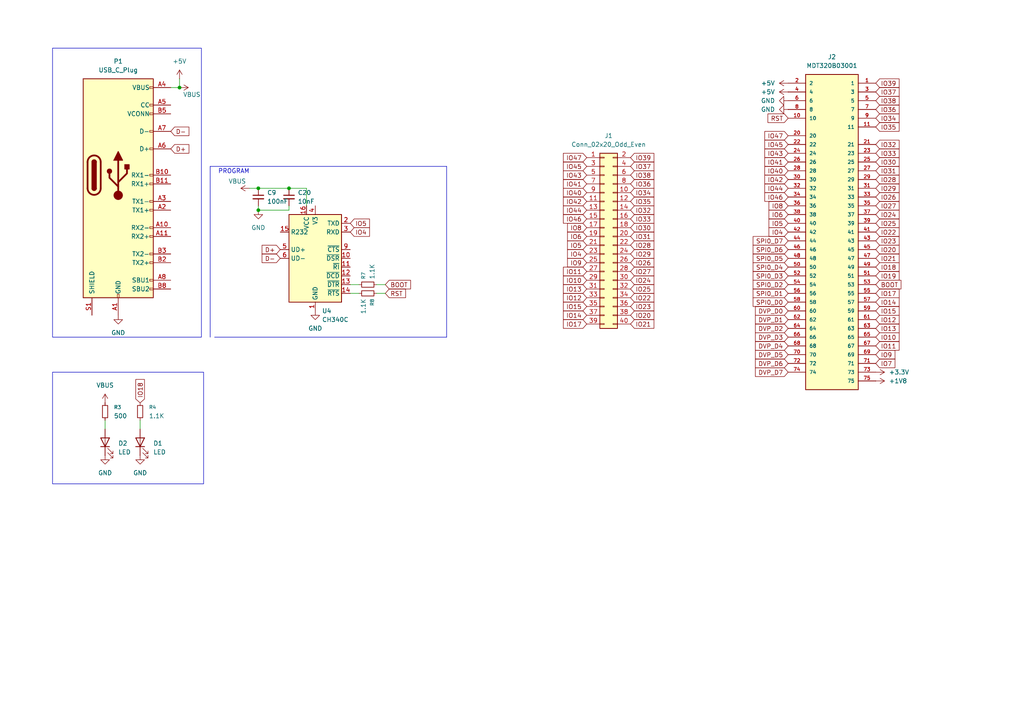
<source format=kicad_sch>
(kicad_sch (version 20250114) (generator "eeschema") (generator_version "9.0")
  (paper "A4")
  (lib_symbols
    (symbol "Connector:USB_C_Plug" (pin_names (offset 1.016))
      (property "Reference" "P" (at -10.16 29.21 0))
      (property "Value" "USB_C_Plug" (at 10.16 29.21 0))
      (symbol "USB_C_Plug_0_0"
        (rectangle (start -0.254 -35.56) (end 0.254 -34.544))
        (rectangle (start 10.16 25.654) (end 9.144 25.146))
        (rectangle (start 10.16 20.574) (end 9.144 20.066))
        (rectangle (start 10.16 18.034) (end 9.144 17.526))
        (rectangle (start 10.16 12.954) (end 9.144 12.446))
        (rectangle (start 10.16 7.874) (end 9.144 7.366))
        (rectangle (start 10.16 0.254) (end 9.144 -0.254))
        (rectangle (start 10.16 -2.286) (end 9.144 -2.794))
        (rectangle (start 10.16 -7.366) (end 9.144 -7.874))
        (rectangle (start 10.16 -9.906) (end 9.144 -10.414))
        (rectangle (start 10.16 -14.986) (end 9.144 -15.494))
        (rectangle (start 10.16 -17.526) (end 9.144 -18.034))
        (rectangle (start 10.16 -22.606) (end 9.144 -23.114))
        (rectangle (start 10.16 -25.146) (end 9.144 -25.654))
        (rectangle (start 10.16 -30.226) (end 9.144 -30.734))
        (rectangle (start 10.16 -32.766) (end 9.144 -33.274))
      )
      (symbol "USB_C_Plug_0_1"
        (rectangle (start -10.16 27.94) (end 10.16 -35.56) (stroke (width 0.254)) (fill (type background)))
        (polyline (pts (xy -8.89 -3.81) (xy -8.89 3.81)) (stroke (width 0.508)))
        (rectangle (start -7.62 -3.81) (end -6.35 3.81) (stroke (width 0.254)) (fill (type outline)))
        (arc (start -7.62 3.81) (mid -6.985 4.4423) (end -6.35 3.81) (stroke (width 0.254)))
        (arc (start -7.62 3.81) (mid -6.985 4.4423) (end -6.35 3.81) (stroke (width 0.254)) (fill (type outline)))
        (arc (start -8.89 3.81) (mid -6.985 5.7067) (end -5.08 3.81) (stroke (width 0.508)))
        (arc (start -5.08 -3.81) (mid -6.985 -5.7067) (end -8.89 -3.81) (stroke (width 0.508)))
        (arc (start -6.35 -3.81) (mid -6.985 -4.4423) (end -7.62 -3.81) (stroke (width 0.254)))
        (arc (start -6.35 -3.81) (mid -6.985 -4.4423) (end -7.62 -3.81) (stroke (width 0.254)) (fill (type outline)))
        (polyline (pts (xy -5.08 3.81) (xy -5.08 -3.81)) (stroke (width 0.508)))
      )
      (symbol "USB_C_Plug_1_1"
        (circle (center -2.54 1.143) (radius 0.635) (stroke (width 0.254)) (fill (type outline)))
        (polyline (pts (xy -1.27 4.318) (xy 0 6.858) (xy 1.27 4.318) (xy -1.27 4.318)) (stroke (width 0.254)) (fill (type outline)))
        (polyline (pts (xy 0 -2.032) (xy 2.54 0.508) (xy 2.54 1.778)) (stroke (width 0.508)))
        (polyline (pts (xy 0 -3.302) (xy -2.54 -0.762) (xy -2.54 0.508)) (stroke (width 0.508)))
        (polyline (pts (xy 0 -5.842) (xy 0 4.318)) (stroke (width 0.508)))
        (circle (center 0 -5.842) (radius 1.27) (fill (type outline)))
        (rectangle (start 1.905 1.778) (end 3.175 3.048) (stroke (width 0.254)) (fill (type outline)))
        (pin passive line (at -7.62 -40.64 90) (length 5.08) (name "SHIELD") (number "S1"))
        (pin passive line (at 0 -40.64 90) (length 5.08) (name "GND") (number "A1"))
        (pin passive line (at 0 -40.64 90) (length 5.08) (hide yes) (name "GND") (number "A12"))
        (pin passive line (at 0 -40.64 90) (length 5.08) (hide yes) (name "GND") (number "B1"))
        (pin passive line (at 0 -40.64 90) (length 5.08) (hide yes) (name "GND") (number "B12"))
        (pin passive line (at 15.24 25.4 180) (length 5.08) (name "VBUS") (number "A4"))
        (pin passive line (at 15.24 25.4 180) (length 5.08) (hide yes) (name "VBUS") (number "A9"))
        (pin passive line (at 15.24 25.4 180) (length 5.08) (hide yes) (name "VBUS") (number "B4"))
        (pin passive line (at 15.24 25.4 180) (length 5.08) (hide yes) (name "VBUS") (number "B9"))
        (pin bidirectional line (at 15.24 20.32 180) (length 5.08) (name "CC") (number "A5"))
        (pin bidirectional line (at 15.24 17.78 180) (length 5.08) (name "VCONN") (number "B5"))
        (pin bidirectional line (at 15.24 12.7 180) (length 5.08) (name "D-") (number "A7"))
        (pin bidirectional line (at 15.24 7.62 180) (length 5.08) (name "D+") (number "A6"))
        (pin bidirectional line (at 15.24 0 180) (length 5.08) (name "RX1-") (number "B10"))
        (pin bidirectional line (at 15.24 -2.54 180) (length 5.08) (name "RX1+") (number "B11"))
        (pin bidirectional line (at 15.24 -7.62 180) (length 5.08) (name "TX1-") (number "A3"))
        (pin bidirectional line (at 15.24 -10.16 180) (length 5.08) (name "TX1+") (number "A2"))
        (pin bidirectional line (at 15.24 -15.24 180) (length 5.08) (name "RX2-") (number "A10"))
        (pin bidirectional line (at 15.24 -17.78 180) (length 5.08) (name "RX2+") (number "A11"))
        (pin bidirectional line (at 15.24 -22.86 180) (length 5.08) (name "TX2-") (number "B3"))
        (pin bidirectional line (at 15.24 -25.4 180) (length 5.08) (name "TX2+") (number "B2"))
        (pin bidirectional line (at 15.24 -30.48 180) (length 5.08) (name "SBU1") (number "A8"))
        (pin bidirectional line (at 15.24 -33.02 180) (length 5.08) (name "SBU2") (number "B8"))
      )
    )
    (symbol "Connector_Generic:Conn_02x20_Odd_Even" (pin_names (offset 1.016) (hide yes))
      (property "Reference" "J" (at 1.27 25.4 0))
      (property "Value" "Conn_02x20_Odd_Even" (at 1.27 -27.94 0))
      (symbol "Conn_02x20_Odd_Even_1_1"
        (rectangle (start -1.27 24.13) (end 3.81 -26.67) (stroke (width 0.254)) (fill (type background)))
        (rectangle (start -1.27 22.987) (end 0 22.733) (stroke (width 0.1524)))
        (rectangle (start -1.27 20.447) (end 0 20.193) (stroke (width 0.1524)))
        (rectangle (start -1.27 17.907) (end 0 17.653) (stroke (width 0.1524)))
        (rectangle (start -1.27 15.367) (end 0 15.113) (stroke (width 0.1524)))
        (rectangle (start -1.27 12.827) (end 0 12.573) (stroke (width 0.1524)))
        (rectangle (start -1.27 10.287) (end 0 10.033) (stroke (width 0.1524)))
        (rectangle (start -1.27 7.747) (end 0 7.493) (stroke (width 0.1524)))
        (rectangle (start -1.27 5.207) (end 0 4.953) (stroke (width 0.1524)))
        (rectangle (start -1.27 2.667) (end 0 2.413) (stroke (width 0.1524)))
        (rectangle (start -1.27 0.127) (end 0 -0.127) (stroke (width 0.1524)))
        (rectangle (start -1.27 -2.413) (end 0 -2.667) (stroke (width 0.1524)))
        (rectangle (start -1.27 -4.953) (end 0 -5.207) (stroke (width 0.1524)))
        (rectangle (start -1.27 -7.493) (end 0 -7.747) (stroke (width 0.1524)))
        (rectangle (start -1.27 -10.033) (end 0 -10.287) (stroke (width 0.1524)))
        (rectangle (start -1.27 -12.573) (end 0 -12.827) (stroke (width 0.1524)))
        (rectangle (start -1.27 -15.113) (end 0 -15.367) (stroke (width 0.1524)))
        (rectangle (start -1.27 -17.653) (end 0 -17.907) (stroke (width 0.1524)))
        (rectangle (start -1.27 -20.193) (end 0 -20.447) (stroke (width 0.1524)))
        (rectangle (start -1.27 -22.733) (end 0 -22.987) (stroke (width 0.1524)))
        (rectangle (start -1.27 -25.273) (end 0 -25.527) (stroke (width 0.1524)))
        (rectangle (start 3.81 22.987) (end 2.54 22.733) (stroke (width 0.1524)))
        (rectangle (start 3.81 20.447) (end 2.54 20.193) (stroke (width 0.1524)))
        (rectangle (start 3.81 17.907) (end 2.54 17.653) (stroke (width 0.1524)))
        (rectangle (start 3.81 15.367) (end 2.54 15.113) (stroke (width 0.1524)))
        (rectangle (start 3.81 12.827) (end 2.54 12.573) (stroke (width 0.1524)))
        (rectangle (start 3.81 10.287) (end 2.54 10.033) (stroke (width 0.1524)))
        (rectangle (start 3.81 7.747) (end 2.54 7.493) (stroke (width 0.1524)))
        (rectangle (start 3.81 5.207) (end 2.54 4.953) (stroke (width 0.1524)))
        (rectangle (start 3.81 2.667) (end 2.54 2.413) (stroke (width 0.1524)))
        (rectangle (start 3.81 0.127) (end 2.54 -0.127) (stroke (width 0.1524)))
        (rectangle (start 3.81 -2.413) (end 2.54 -2.667) (stroke (width 0.1524)))
        (rectangle (start 3.81 -4.953) (end 2.54 -5.207) (stroke (width 0.1524)))
        (rectangle (start 3.81 -7.493) (end 2.54 -7.747) (stroke (width 0.1524)))
        (rectangle (start 3.81 -10.033) (end 2.54 -10.287) (stroke (width 0.1524)))
        (rectangle (start 3.81 -12.573) (end 2.54 -12.827) (stroke (width 0.1524)))
        (rectangle (start 3.81 -15.113) (end 2.54 -15.367) (stroke (width 0.1524)))
        (rectangle (start 3.81 -17.653) (end 2.54 -17.907) (stroke (width 0.1524)))
        (rectangle (start 3.81 -20.193) (end 2.54 -20.447) (stroke (width 0.1524)))
        (rectangle (start 3.81 -22.733) (end 2.54 -22.987) (stroke (width 0.1524)))
        (rectangle (start 3.81 -25.273) (end 2.54 -25.527) (stroke (width 0.1524)))
        (pin passive line (at -5.08 22.86 0) (length 3.81) (name "Pin_1") (number "1"))
        (pin passive line (at -5.08 20.32 0) (length 3.81) (name "Pin_3") (number "3"))
        (pin passive line (at -5.08 17.78 0) (length 3.81) (name "Pin_5") (number "5"))
        (pin passive line (at -5.08 15.24 0) (length 3.81) (name "Pin_7") (number "7"))
        (pin passive line (at -5.08 12.7 0) (length 3.81) (name "Pin_9") (number "9"))
        (pin passive line (at -5.08 10.16 0) (length 3.81) (name "Pin_11") (number "11"))
        (pin passive line (at -5.08 7.62 0) (length 3.81) (name "Pin_13") (number "13"))
        (pin passive line (at -5.08 5.08 0) (length 3.81) (name "Pin_15") (number "15"))
        (pin passive line (at -5.08 2.54 0) (length 3.81) (name "Pin_17") (number "17"))
        (pin passive line (at -5.08 0 0) (length 3.81) (name "Pin_19") (number "19"))
        (pin passive line (at -5.08 -2.54 0) (length 3.81) (name "Pin_21") (number "21"))
        (pin passive line (at -5.08 -5.08 0) (length 3.81) (name "Pin_23") (number "23"))
        (pin passive line (at -5.08 -7.62 0) (length 3.81) (name "Pin_25") (number "25"))
        (pin passive line (at -5.08 -10.16 0) (length 3.81) (name "Pin_27") (number "27"))
        (pin passive line (at -5.08 -12.7 0) (length 3.81) (name "Pin_29") (number "29"))
        (pin passive line (at -5.08 -15.24 0) (length 3.81) (name "Pin_31") (number "31"))
        (pin passive line (at -5.08 -17.78 0) (length 3.81) (name "Pin_33") (number "33"))
        (pin passive line (at -5.08 -20.32 0) (length 3.81) (name "Pin_35") (number "35"))
        (pin passive line (at -5.08 -22.86 0) (length 3.81) (name "Pin_37") (number "37"))
        (pin passive line (at -5.08 -25.4 0) (length 3.81) (name "Pin_39") (number "39"))
        (pin passive line (at 7.62 22.86 180) (length 3.81) (name "Pin_2") (number "2"))
        (pin passive line (at 7.62 20.32 180) (length 3.81) (name "Pin_4") (number "4"))
        (pin passive line (at 7.62 17.78 180) (length 3.81) (name "Pin_6") (number "6"))
        (pin passive line (at 7.62 15.24 180) (length 3.81) (name "Pin_8") (number "8"))
        (pin passive line (at 7.62 12.7 180) (length 3.81) (name "Pin_10") (number "10"))
        (pin passive line (at 7.62 10.16 180) (length 3.81) (name "Pin_12") (number "12"))
        (pin passive line (at 7.62 7.62 180) (length 3.81) (name "Pin_14") (number "14"))
        (pin passive line (at 7.62 5.08 180) (length 3.81) (name "Pin_16") (number "16"))
        (pin passive line (at 7.62 2.54 180) (length 3.81) (name "Pin_18") (number "18"))
        (pin passive line (at 7.62 0 180) (length 3.81) (name "Pin_20") (number "20"))
        (pin passive line (at 7.62 -2.54 180) (length 3.81) (name "Pin_22") (number "22"))
        (pin passive line (at 7.62 -5.08 180) (length 3.81) (name "Pin_24") (number "24"))
        (pin passive line (at 7.62 -7.62 180) (length 3.81) (name "Pin_26") (number "26"))
        (pin passive line (at 7.62 -10.16 180) (length 3.81) (name "Pin_28") (number "28"))
        (pin passive line (at 7.62 -12.7 180) (length 3.81) (name "Pin_30") (number "30"))
        (pin passive line (at 7.62 -15.24 180) (length 3.81) (name "Pin_32") (number "32"))
        (pin passive line (at 7.62 -17.78 180) (length 3.81) (name "Pin_34") (number "34"))
        (pin passive line (at 7.62 -20.32 180) (length 3.81) (name "Pin_36") (number "36"))
        (pin passive line (at 7.62 -22.86 180) (length 3.81) (name "Pin_38") (number "38"))
        (pin passive line (at 7.62 -25.4 180) (length 3.81) (name "Pin_40") (number "40"))
      )
    )
    (symbol "Device:C_Small" (pin_numbers (hide yes)) (pin_names (offset 0.254) (hide yes))
      (property "Reference" "C" (at 0.254 1.778 0))
      (property "Value" "C_Small" (at 0.254 -2.032 0))
      (symbol "C_Small_0_1"
        (polyline (pts (xy -1.524 0.508) (xy 1.524 0.508)) (stroke (width 0.3048)))
        (polyline (pts (xy -1.524 -0.508) (xy 1.524 -0.508)) (stroke (width 0.3302)))
      )
      (symbol "C_Small_1_1"
        (pin passive line (at 0 2.54 270) (length 2.032) (name "~") (number "1"))
        (pin passive line (at 0 -2.54 90) (length 2.032) (name "~") (number "2"))
      )
    )
    (symbol "Device:LED" (pin_numbers (hide yes)) (pin_names (offset 1.016) (hide yes))
      (property "Reference" "D" (at 0 2.54 0))
      (property "Value" "LED" (at 0 -2.54 0))
      (symbol "LED_0_1"
        (polyline (pts (xy -3.048 -0.762) (xy -4.572 -2.286) (xy -3.81 -2.286) (xy -4.572 -2.286) (xy -4.572 -1.524)))
        (polyline (pts (xy -1.778 -0.762) (xy -3.302 -2.286) (xy -2.54 -2.286) (xy -3.302 -2.286) (xy -3.302 -1.524)))
        (polyline (pts (xy -1.27 0) (xy 1.27 0)))
        (polyline (pts (xy -1.27 -1.27) (xy -1.27 1.27)) (stroke (width 0.254)))
        (polyline (pts (xy 1.27 -1.27) (xy 1.27 1.27) (xy -1.27 0) (xy 1.27 -1.27)) (stroke (width 0.254)))
      )
      (symbol "LED_1_1"
        (pin passive line (at -3.81 0 0) (length 2.54) (name "K") (number "1"))
        (pin passive line (at 3.81 0 180) (length 2.54) (name "A") (number "2"))
      )
    )
    (symbol "Device:R_Small" (pin_numbers (hide yes)) (pin_names (offset 0.254) (hide yes))
      (property "Reference" "R" (at 0 0 90))
      (property "Value" "R_Small" (at 1.778 0 90))
      (symbol "R_Small_0_1"
        (rectangle (start -0.762 1.778) (end 0.762 -1.778) (stroke (width 0.2032)))
      )
      (symbol "R_Small_1_1"
        (pin passive line (at 0 2.54 270) (length 0.762) (name "~") (number "1"))
        (pin passive line (at 0 -2.54 90) (length 0.762) (name "~") (number "2"))
      )
    )
    (symbol "Interface_USB:CH340C"
      (property "Reference" "U" (at -5.08 13.97 0))
      (property "Value" "CH340C" (at 1.27 13.97 0))
      (symbol "CH340C_0_1"
        (rectangle (start -7.62 12.7) (end 7.62 -12.7) (stroke (width 0.254)) (fill (type background)))
      )
      (symbol "CH340C_1_1"
        (pin input line (at -10.16 7.62 0) (length 2.54) (name "R232") (number "15"))
        (pin bidirectional line (at -10.16 2.54 0) (length 2.54) (name "UD+") (number "5"))
        (pin bidirectional line (at -10.16 0 0) (length 2.54) (name "UD-") (number "6"))
        (pin no_connect line (at -7.62 -5.08 0) (length 2.54) (hide yes) (name "NC") (number "7"))
        (pin no_connect line (at -7.62 -7.62 0) (length 2.54) (hide yes) (name "NC") (number "8"))
        (pin power_in line (at -2.54 15.24 270) (length 2.54) (name "VCC") (number "16"))
        (pin power_out line (at 0 15.24 270) (length 2.54) (name "V3") (number "4"))
        (pin power_in line (at 0 -15.24 90) (length 2.54) (name "GND") (number "1"))
        (pin output line (at 10.16 10.16 180) (length 2.54) (name "TXD") (number "2"))
        (pin input line (at 10.16 7.62 180) (length 2.54) (name "RXD") (number "3"))
        (pin input line (at 10.16 2.54 180) (length 2.54) (name "~{CTS}") (number "9"))
        (pin input line (at 10.16 0 180) (length 2.54) (name "~{DSR}") (number "10"))
        (pin input line (at 10.16 -2.54 180) (length 2.54) (name "~{RI}") (number "11"))
        (pin input line (at 10.16 -5.08 180) (length 2.54) (name "~{DCD}") (number "12"))
        (pin output line (at 10.16 -7.62 180) (length 2.54) (name "~{DTR}") (number "13"))
        (pin output line (at 10.16 -10.16 180) (length 2.54) (name "~{RTS}") (number "14"))
      )
    )
    (symbol "NGFF B KEY:MDT320B03001" (pin_names (offset 1.016))
      (property "Reference" "J" (at -7.62 46.482 0))
      (property "Value" "MDT320B03001" (at -7.62 -48.26 0))
      (symbol "MDT320B03001_0_0"
        (rectangle (start -7.62 -45.72) (end 7.62 45.72) (stroke (width 0.254)) (fill (type background)))
        (pin passive line (at -12.7 43.18 0) (length 5.08) (name "1") (number "1"))
        (pin passive line (at -12.7 40.64 0) (length 5.08) (name "3") (number "3"))
        (pin passive line (at -12.7 38.1 0) (length 5.08) (name "5") (number "5"))
        (pin passive line (at -12.7 35.56 0) (length 5.08) (name "7") (number "7"))
        (pin passive line (at -12.7 33.02 0) (length 5.08) (name "9") (number "9"))
        (pin passive line (at -12.7 30.48 0) (length 5.08) (name "11") (number "11"))
        (pin passive line (at -12.7 25.4 0) (length 5.08) (name "21") (number "21"))
        (pin passive line (at -12.7 22.86 0) (length 5.08) (name "23") (number "23"))
        (pin passive line (at -12.7 20.32 0) (length 5.08) (name "25") (number "25"))
        (pin passive line (at -12.7 17.78 0) (length 5.08) (name "27") (number "27"))
        (pin passive line (at -12.7 15.24 0) (length 5.08) (name "29") (number "29"))
        (pin passive line (at -12.7 12.7 0) (length 5.08) (name "31") (number "31"))
        (pin passive line (at -12.7 10.16 0) (length 5.08) (name "33") (number "33"))
        (pin passive line (at -12.7 7.62 0) (length 5.08) (name "35") (number "35"))
        (pin passive line (at -12.7 5.08 0) (length 5.08) (name "37") (number "37"))
        (pin passive line (at -12.7 2.54 0) (length 5.08) (name "39") (number "39"))
        (pin passive line (at -12.7 0 0) (length 5.08) (name "41") (number "41"))
        (pin passive line (at -12.7 -2.54 0) (length 5.08) (name "43") (number "43"))
        (pin passive line (at -12.7 -5.08 0) (length 5.08) (name "45") (number "45"))
        (pin passive line (at -12.7 -7.62 0) (length 5.08) (name "47") (number "47"))
        (pin passive line (at -12.7 -10.16 0) (length 5.08) (name "49") (number "49"))
        (pin passive line (at -12.7 -12.7 0) (length 5.08) (name "51") (number "51"))
        (pin passive line (at -12.7 -15.24 0) (length 5.08) (name "53") (number "53"))
        (pin passive line (at -12.7 -17.78 0) (length 5.08) (name "55") (number "55"))
        (pin passive line (at -12.7 -20.32 0) (length 5.08) (name "57") (number "57"))
        (pin passive line (at -12.7 -22.86 0) (length 5.08) (name "59") (number "59"))
        (pin passive line (at -12.7 -25.4 0) (length 5.08) (name "61") (number "61"))
        (pin passive line (at -12.7 -27.94 0) (length 5.08) (name "63") (number "63"))
        (pin passive line (at -12.7 -30.48 0) (length 5.08) (name "65") (number "65"))
        (pin passive line (at -12.7 -33.02 0) (length 5.08) (name "67") (number "67"))
        (pin passive line (at -12.7 -35.56 0) (length 5.08) (name "69") (number "69"))
        (pin passive line (at -12.7 -38.1 0) (length 5.08) (name "71") (number "71"))
        (pin passive line (at -12.7 -40.64 0) (length 5.08) (name "73") (number "73"))
        (pin passive line (at -12.7 -43.18 0) (length 5.08) (name "75") (number "75"))
        (pin passive line (at 12.7 43.18 180) (length 5.08) (name "2") (number "2"))
        (pin passive line (at 12.7 40.64 180) (length 5.08) (name "4") (number "4"))
        (pin passive line (at 12.7 38.1 180) (length 5.08) (name "6") (number "6"))
        (pin passive line (at 12.7 35.56 180) (length 5.08) (name "8") (number "8"))
        (pin passive line (at 12.7 33.02 180) (length 5.08) (name "10") (number "10"))
        (pin passive line (at 12.7 27.94 180) (length 5.08) (name "20") (number "20"))
        (pin passive line (at 12.7 25.4 180) (length 5.08) (name "22") (number "22"))
        (pin passive line (at 12.7 22.86 180) (length 5.08) (name "24") (number "24"))
        (pin passive line (at 12.7 20.32 180) (length 5.08) (name "26") (number "26"))
        (pin passive line (at 12.7 17.78 180) (length 5.08) (name "28") (number "28"))
        (pin passive line (at 12.7 15.24 180) (length 5.08) (name "30") (number "30"))
        (pin passive line (at 12.7 12.7 180) (length 5.08) (name "32") (number "32"))
        (pin passive line (at 12.7 10.16 180) (length 5.08) (name "34") (number "34"))
        (pin passive line (at 12.7 7.62 180) (length 5.08) (name "36") (number "36"))
        (pin passive line (at 12.7 5.08 180) (length 5.08) (name "38") (number "38"))
        (pin passive line (at 12.7 2.54 180) (length 5.08) (name "40") (number "40"))
        (pin passive line (at 12.7 0 180) (length 5.08) (name "42") (number "42"))
        (pin passive line (at 12.7 -2.54 180) (length 5.08) (name "44") (number "44"))
        (pin passive line (at 12.7 -5.08 180) (length 5.08) (name "46") (number "46"))
        (pin passive line (at 12.7 -7.62 180) (length 5.08) (name "48") (number "48"))
        (pin passive line (at 12.7 -10.16 180) (length 5.08) (name "50") (number "50"))
        (pin passive line (at 12.7 -12.7 180) (length 5.08) (name "52") (number "52"))
        (pin passive line (at 12.7 -15.24 180) (length 5.08) (name "54") (number "54"))
        (pin passive line (at 12.7 -17.78 180) (length 5.08) (name "56") (number "56"))
        (pin passive line (at 12.7 -20.32 180) (length 5.08) (name "58") (number "58"))
        (pin passive line (at 12.7 -22.86 180) (length 5.08) (name "60") (number "60"))
        (pin passive line (at 12.7 -25.4 180) (length 5.08) (name "62") (number "62"))
        (pin passive line (at 12.7 -27.94 180) (length 5.08) (name "64") (number "64"))
        (pin passive line (at 12.7 -30.48 180) (length 5.08) (name "66") (number "66"))
        (pin passive line (at 12.7 -33.02 180) (length 5.08) (name "68") (number "68"))
        (pin passive line (at 12.7 -35.56 180) (length 5.08) (name "70") (number "70"))
        (pin passive line (at 12.7 -38.1 180) (length 5.08) (name "72") (number "72"))
        (pin passive line (at 12.7 -40.64 180) (length 5.08) (name "74") (number "74"))
      )
    )
    (symbol "power:+1V8" (power) (pin_numbers (hide yes)) (pin_names (offset 0) (hide yes))
      (property "Value" "+1V8" (at 0 3.556 0))
      (symbol "+1V8_0_1"
        (polyline (pts (xy -0.762 1.27) (xy 0 2.54)))
        (polyline (pts (xy 0 2.54) (xy 0.762 1.27)))
        (polyline (pts (xy 0 0) (xy 0 2.54)))
      )
      (symbol "+1V8_1_1"
        (pin power_in line (at 0 0 90) (length 0) (name "~") (number "1"))
      )
    )
    (symbol "power:+3.3V" (power) (pin_numbers (hide yes)) (pin_names (offset 0) (hide yes))
      (property "Value" "+3.3V" (at 0 3.556 0))
      (symbol "+3.3V_0_1"
        (polyline (pts (xy -0.762 1.27) (xy 0 2.54)))
        (polyline (pts (xy 0 2.54) (xy 0.762 1.27)))
        (polyline (pts (xy 0 0) (xy 0 2.54)))
      )
      (symbol "+3.3V_1_1"
        (pin power_in line (at 0 0 90) (length 0) (name "~") (number "1"))
      )
    )
    (symbol "power:+5V" (power) (pin_numbers (hide yes)) (pin_names (offset 0) (hide yes))
      (property "Value" "+5V" (at 0 3.556 0))
      (symbol "+5V_0_1"
        (polyline (pts (xy -0.762 1.27) (xy 0 2.54)))
        (polyline (pts (xy 0 2.54) (xy 0.762 1.27)))
        (polyline (pts (xy 0 0) (xy 0 2.54)))
      )
      (symbol "+5V_1_1"
        (pin power_in line (at 0 0 90) (length 0) (name "~") (number "1"))
      )
    )
    (symbol "power:GND" (power) (pin_numbers (hide yes)) (pin_names (offset 0) (hide yes))
      (property "Value" "GND" (at 0 -3.81 0))
      (symbol "GND_0_1"
        (polyline (pts (xy 0 0) (xy 0 -1.27) (xy 1.27 -1.27) (xy 0 -2.54) (xy -1.27 -1.27) (xy 0 -1.27)))
      )
      (symbol "GND_1_1"
        (pin power_in line (at 0 0 270) (length 0) (name "~") (number "1"))
      )
    )
    (symbol "power:VBUS" (power) (pin_numbers (hide yes)) (pin_names (offset 0) (hide yes))
      (property "Value" "VBUS" (at 0 3.556 0))
      (symbol "VBUS_0_1"
        (polyline (pts (xy -0.762 1.27) (xy 0 2.54)))
        (polyline (pts (xy 0 2.54) (xy 0.762 1.27)))
        (polyline (pts (xy 0 0) (xy 0 2.54)))
      )
      (symbol "VBUS_1_1"
        (pin power_in line (at 0 0 90) (length 0) (name "~") (number "1"))
      )
    )
  )
  (rectangle (start 15.24 13.97) (end 58.42 97.79))
  (rectangle (start 15.24 107.95) (end 59.055 140.335))
  (text "PROGRAM" (at 63.246 50.546 0) (effects (font (size 1.27 1.27)) (justify left bottom)))
  (junction (at 74.93 54.61))
  (junction (at 52.07 25.4))
  (junction (at 83.82 54.61))
  (junction (at 74.93 60.96))
  (wire (pts (xy 74.93 60.96) (xy 74.93 59.69)))
  (polyline (pts (xy 62.23 97.79) (xy 129.54 97.79)))
  (wire (pts (xy 83.82 54.61) (xy 88.9 54.61)))
  (wire (pts (xy 52.07 25.4) (xy 49.53 25.4)))
  (wire (pts (xy 83.82 60.96) (xy 74.93 60.96)))
  (wire (pts (xy 88.9 59.69) (xy 88.9 54.61)))
  (wire (pts (xy 40.64 121.92) (xy 40.64 124.46)))
  (wire (pts (xy 74.93 54.61) (xy 83.82 54.61)))
  (polyline (pts (xy 129.54 97.79) (xy 129.54 48.26)))
  (wire (pts (xy 83.82 59.69) (xy 83.82 60.96)))
  (polyline (pts (xy 129.54 48.26) (xy 60.96 48.26)))
  (wire (pts (xy 101.6 85.09) (xy 104.14 85.09)))
  (wire (pts (xy 52.07 22.86) (xy 52.07 25.4)))
  (wire (pts (xy 72.39 54.61) (xy 74.93 54.61)))
  (wire (pts (xy 101.6 82.55) (xy 104.14 82.55)))
  (wire (pts (xy 109.22 82.55) (xy 111.76 82.55)))
  (wire (pts (xy 30.48 121.92) (xy 30.48 124.46)))
  (polyline (pts (xy 60.96 48.26) (xy 60.96 97.79)))
  (wire (pts (xy 109.22 85.09) (xy 111.76 85.09)))
  (global_label "IO27" (shape input) (at 254 59.69 0) (property "Intersheetrefs" "${INTERSHEET_REFS}" (effects (hide yes))))
  (global_label "IO20" (shape input) (at 254 72.39 0) (property "Intersheetrefs" "${INTERSHEET_REFS}" (effects (hide yes))))
  (global_label "IO9" (shape input) (at 254 102.87 0) (property "Intersheetrefs" "${INTERSHEET_REFS}" (effects (hide yes))))
  (global_label "IO42" (shape input) (at 228.6 52.07 180) (property "Intersheetrefs" "${INTERSHEET_REFS}" (effects (hide yes))))
  (global_label "BOOT" (shape input) (at 254 82.55 0) (property "Intersheetrefs" "${INTERSHEET_REFS}" (effects (hide yes))))
  (global_label "IO6" (shape input) (at 228.6 62.23 180) (property "Intersheetrefs" "${INTERSHEET_REFS}" (effects (hide yes))))
  (global_label "IO4" (shape input) (at 228.6 67.31 180) (property "Intersheetrefs" "${INTERSHEET_REFS}" (effects (hide yes))))
  (global_label "IO4" (shape input) (at 101.6 67.31 0) (property "Intersheetrefs" "${INTERSHEET_REFS}" (effects (hide yes))))
  (global_label "SPI0_D7" (shape input) (at 228.6 69.85 180) (property "Intersheetrefs" "${INTERSHEET_REFS}" (effects (hide yes))))
  (global_label "IO6" (shape input) (at 170.18 68.58 180) (property "Intersheetrefs" "${INTERSHEET_REFS}" (effects (hide yes))))
  (global_label "IO5" (shape input) (at 228.6 64.77 180) (property "Intersheetrefs" "${INTERSHEET_REFS}" (effects (hide yes))))
  (global_label "IO44" (shape input) (at 170.18 60.96 180) (property "Intersheetrefs" "${INTERSHEET_REFS}" (effects (hide yes))))
  (global_label "IO24" (shape input) (at 254 62.23 0) (property "Intersheetrefs" "${INTERSHEET_REFS}" (effects (hide yes))))
  (global_label "IO46" (shape input) (at 170.18 63.5 180) (property "Intersheetrefs" "${INTERSHEET_REFS}" (effects (hide yes))))
  (global_label "IO43" (shape input) (at 170.18 50.8 180) (property "Intersheetrefs" "${INTERSHEET_REFS}" (effects (hide yes))))
  (global_label "IO29" (shape input) (at 254 54.61 0) (property "Intersheetrefs" "${INTERSHEET_REFS}" (effects (hide yes))))
  (global_label "IO30" (shape input) (at 254 46.99 0) (property "Intersheetrefs" "${INTERSHEET_REFS}" (effects (hide yes))))
  (global_label "IO11" (shape input) (at 170.18 78.74 180) (property "Intersheetrefs" "${INTERSHEET_REFS}" (effects (hide yes))))
  (global_label "IO32" (shape input) (at 254 41.91 0) (property "Intersheetrefs" "${INTERSHEET_REFS}" (effects (hide yes))))
  (global_label "IO46" (shape input) (at 228.6 57.15 180) (property "Intersheetrefs" "${INTERSHEET_REFS}" (effects (hide yes))))
  (global_label "SPI0_D5" (shape input) (at 228.6 74.93 180) (property "Intersheetrefs" "${INTERSHEET_REFS}" (effects (hide yes))))
  (global_label "IO10" (shape input) (at 170.18 81.28 180) (property "Intersheetrefs" "${INTERSHEET_REFS}" (effects (hide yes))))
  (global_label "IO13" (shape input) (at 170.18 83.82 180) (property "Intersheetrefs" "${INTERSHEET_REFS}" (effects (hide yes))))
  (global_label "IO22" (shape input) (at 254 67.31 0) (property "Intersheetrefs" "${INTERSHEET_REFS}" (effects (hide yes))))
  (global_label "IO21" (shape input) (at 182.88 93.98 0) (property "Intersheetrefs" "${INTERSHEET_REFS}" (effects (hide yes))))
  (global_label "IO31" (shape input) (at 182.88 68.58 0) (property "Intersheetrefs" "${INTERSHEET_REFS}" (effects (hide yes))))
  (global_label "IO26" (shape input) (at 182.88 76.2 0) (property "Intersheetrefs" "${INTERSHEET_REFS}" (effects (hide yes))))
  (global_label "IO34" (shape input) (at 182.88 55.88 0) (property "Intersheetrefs" "${INTERSHEET_REFS}" (effects (hide yes))))
  (global_label "IO43" (shape input) (at 228.6 44.45 180) (property "Intersheetrefs" "${INTERSHEET_REFS}" (effects (hide yes))))
  (global_label "DVP_D0" (shape input) (at 228.6 90.17 180) (property "Intersheetrefs" "${INTERSHEET_REFS}" (effects (hide yes))))
  (global_label "SPI0_D6" (shape input) (at 228.6 72.39 180) (property "Intersheetrefs" "${INTERSHEET_REFS}" (effects (hide yes))))
  (global_label "D+" (shape input) (at 81.28 72.39 180) (property "Intersheetrefs" "${INTERSHEET_REFS}" (effects (hide yes))))
  (global_label "SPI0_D0" (shape input) (at 228.6 87.63 180) (property "Intersheetrefs" "${INTERSHEET_REFS}" (effects (hide yes))))
  (global_label "IO26" (shape input) (at 254 57.15 0) (property "Intersheetrefs" "${INTERSHEET_REFS}" (effects (hide yes))))
  (global_label "IO29" (shape input) (at 182.88 73.66 0) (property "Intersheetrefs" "${INTERSHEET_REFS}" (effects (hide yes))))
  (global_label "IO28" (shape input) (at 182.88 71.12 0) (property "Intersheetrefs" "${INTERSHEET_REFS}" (effects (hide yes))))
  (global_label "SPI0_D3" (shape input) (at 228.6 80.01 180) (property "Intersheetrefs" "${INTERSHEET_REFS}" (effects (hide yes))))
  (global_label "IO22" (shape input) (at 182.88 86.36 0) (property "Intersheetrefs" "${INTERSHEET_REFS}" (effects (hide yes))))
  (global_label "IO21" (shape input) (at 254 74.93 0) (property "Intersheetrefs" "${INTERSHEET_REFS}" (effects (hide yes))))
  (global_label "IO13" (shape input) (at 254 95.25 0) (property "Intersheetrefs" "${INTERSHEET_REFS}" (effects (hide yes))))
  (global_label "IO23" (shape input) (at 254 69.85 0) (property "Intersheetrefs" "${INTERSHEET_REFS}" (effects (hide yes))))
  (global_label "IO33" (shape input) (at 182.88 63.5 0) (property "Intersheetrefs" "${INTERSHEET_REFS}" (effects (hide yes))))
  (global_label "IO36" (shape input) (at 182.88 53.34 0) (property "Intersheetrefs" "${INTERSHEET_REFS}" (effects (hide yes))))
  (global_label "IO37" (shape input) (at 254 26.67 0) (property "Intersheetrefs" "${INTERSHEET_REFS}" (effects (hide yes))))
  (global_label "IO8" (shape input) (at 170.18 66.04 180) (property "Intersheetrefs" "${INTERSHEET_REFS}" (effects (hide yes))))
  (global_label "IO36" (shape input) (at 254 31.75 0) (property "Intersheetrefs" "${INTERSHEET_REFS}" (effects (hide yes))))
  (global_label "IO37" (shape input) (at 182.88 48.26 0) (property "Intersheetrefs" "${INTERSHEET_REFS}" (effects (hide yes))))
  (global_label "IO35" (shape input) (at 254 36.83 0) (property "Intersheetrefs" "${INTERSHEET_REFS}" (effects (hide yes))))
  (global_label "IO38" (shape input) (at 182.88 50.8 0) (property "Intersheetrefs" "${INTERSHEET_REFS}" (effects (hide yes))))
  (global_label "IO25" (shape input) (at 254 64.77 0) (property "Intersheetrefs" "${INTERSHEET_REFS}" (effects (hide yes))))
  (global_label "RST" (shape input) (at 111.76 85.09 0) (property "Intersheetrefs" "${INTERSHEET_REFS}" (effects (hide yes))))
  (global_label "IO41" (shape input) (at 170.18 53.34 180) (property "Intersheetrefs" "${INTERSHEET_REFS}" (effects (hide yes))))
  (global_label "IO18" (shape input) (at 40.64 116.84 90) (property "Intersheetrefs" "${INTERSHEET_REFS}" (effects (hide yes))))
  (global_label "D-" (shape input) (at 81.28 74.93 180) (property "Intersheetrefs" "${INTERSHEET_REFS}" (effects (hide yes))))
  (global_label "IO47" (shape input) (at 228.6 39.37 180) (property "Intersheetrefs" "${INTERSHEET_REFS}" (effects (hide yes))))
  (global_label "IO7" (shape input) (at 254 105.41 0) (property "Intersheetrefs" "${INTERSHEET_REFS}" (effects (hide yes))))
  (global_label "SPI0_D1" (shape input) (at 228.6 85.09 180) (property "Intersheetrefs" "${INTERSHEET_REFS}" (effects (hide yes))))
  (global_label "IO34" (shape input) (at 254 34.29 0) (property "Intersheetrefs" "${INTERSHEET_REFS}" (effects (hide yes))))
  (global_label "IO33" (shape input) (at 254 44.45 0) (property "Intersheetrefs" "${INTERSHEET_REFS}" (effects (hide yes))))
  (global_label "IO5" (shape input) (at 170.18 71.12 180) (property "Intersheetrefs" "${INTERSHEET_REFS}" (effects (hide yes))))
  (global_label "DVP_D3" (shape input) (at 228.6 97.79 180) (property "Intersheetrefs" "${INTERSHEET_REFS}" (effects (hide yes))))
  (global_label "IO32" (shape input) (at 182.88 60.96 0) (property "Intersheetrefs" "${INTERSHEET_REFS}" (effects (hide yes))))
  (global_label "IO28" (shape input) (at 254 52.07 0) (property "Intersheetrefs" "${INTERSHEET_REFS}" (effects (hide yes))))
  (global_label "IO15" (shape input) (at 170.18 88.9 180) (property "Intersheetrefs" "${INTERSHEET_REFS}" (effects (hide yes))))
  (global_label "IO42" (shape input) (at 170.18 58.42 180) (property "Intersheetrefs" "${INTERSHEET_REFS}" (effects (hide yes))))
  (global_label "IO15" (shape input) (at 254 90.17 0) (property "Intersheetrefs" "${INTERSHEET_REFS}" (effects (hide yes))))
  (global_label "IO35" (shape input) (at 182.88 58.42 0) (property "Intersheetrefs" "${INTERSHEET_REFS}" (effects (hide yes))))
  (global_label "IO14" (shape input) (at 170.18 91.44 180) (property "Intersheetrefs" "${INTERSHEET_REFS}" (effects (hide yes))))
  (global_label "IO10" (shape input) (at 254 97.79 0) (property "Intersheetrefs" "${INTERSHEET_REFS}" (effects (hide yes))))
  (global_label "IO5" (shape input) (at 101.6 64.77 0) (property "Intersheetrefs" "${INTERSHEET_REFS}" (effects (hide yes))))
  (global_label "IO27" (shape input) (at 182.88 78.74 0) (property "Intersheetrefs" "${INTERSHEET_REFS}" (effects (hide yes))))
  (global_label "IO31" (shape input) (at 254 49.53 0) (property "Intersheetrefs" "${INTERSHEET_REFS}" (effects (hide yes))))
  (global_label "IO9" (shape input) (at 170.18 76.2 180) (property "Intersheetrefs" "${INTERSHEET_REFS}" (effects (hide yes))))
  (global_label "IO38" (shape input) (at 254 29.21 0) (property "Intersheetrefs" "${INTERSHEET_REFS}" (effects (hide yes))))
  (global_label "DVP_D5" (shape input) (at 228.6 102.87 180) (property "Intersheetrefs" "${INTERSHEET_REFS}" (effects (hide yes))))
  (global_label "IO20" (shape input) (at 182.88 91.44 0) (property "Intersheetrefs" "${INTERSHEET_REFS}" (effects (hide yes))))
  (global_label "IO23" (shape input) (at 182.88 88.9 0) (property "Intersheetrefs" "${INTERSHEET_REFS}" (effects (hide yes))))
  (global_label "IO14" (shape input) (at 254 87.63 0) (property "Intersheetrefs" "${INTERSHEET_REFS}" (effects (hide yes))))
  (global_label "IO17" (shape input) (at 170.18 93.98 180) (property "Intersheetrefs" "${INTERSHEET_REFS}" (effects (hide yes))))
  (global_label "IO12" (shape input) (at 254 92.71 0) (property "Intersheetrefs" "${INTERSHEET_REFS}" (effects (hide yes))))
  (global_label "DVP_D1" (shape input) (at 228.6 92.71 180) (property "Intersheetrefs" "${INTERSHEET_REFS}" (effects (hide yes))))
  (global_label "RST" (shape input) (at 228.6 34.29 180) (property "Intersheetrefs" "${INTERSHEET_REFS}" (effects (hide yes))))
  (global_label "DVP_D6" (shape input) (at 228.6 105.41 180) (property "Intersheetrefs" "${INTERSHEET_REFS}" (effects (hide yes))))
  (global_label "IO41" (shape input) (at 228.6 46.99 180) (property "Intersheetrefs" "${INTERSHEET_REFS}" (effects (hide yes))))
  (global_label "IO8" (shape input) (at 228.6 59.69 180) (property "Intersheetrefs" "${INTERSHEET_REFS}" (effects (hide yes))))
  (global_label "IO25" (shape input) (at 182.88 83.82 0) (property "Intersheetrefs" "${INTERSHEET_REFS}" (effects (hide yes))))
  (global_label "IO4" (shape input) (at 170.18 73.66 180) (property "Intersheetrefs" "${INTERSHEET_REFS}" (effects (hide yes))))
  (global_label "IO11" (shape input) (at 254 100.33 0) (property "Intersheetrefs" "${INTERSHEET_REFS}" (effects (hide yes))))
  (global_label "BOOT" (shape input) (at 111.76 82.55 0) (property "Intersheetrefs" "${INTERSHEET_REFS}" (effects (hide yes))))
  (global_label "D+" (shape input) (at 49.53 43.18 0) (property "Intersheetrefs" "${INTERSHEET_REFS}" (effects (hide yes))))
  (global_label "DVP_D7" (shape input) (at 228.6 107.95 180) (property "Intersheetrefs" "${INTERSHEET_REFS}" (effects (hide yes))))
  (global_label "IO19" (shape input) (at 254 80.01 0) (property "Intersheetrefs" "${INTERSHEET_REFS}" (effects (hide yes))))
  (global_label "IO17" (shape input) (at 254 85.09 0) (property "Intersheetrefs" "${INTERSHEET_REFS}" (effects (hide yes))))
  (global_label "IO39" (shape input) (at 182.88 45.72 0) (property "Intersheetrefs" "${INTERSHEET_REFS}" (effects (hide yes))))
  (global_label "SPI0_D2" (shape input) (at 228.6 82.55 180) (property "Intersheetrefs" "${INTERSHEET_REFS}" (effects (hide yes))))
  (global_label "DVP_D4" (shape input) (at 228.6 100.33 180) (property "Intersheetrefs" "${INTERSHEET_REFS}" (effects (hide yes))))
  (global_label "DVP_D2" (shape input) (at 228.6 95.25 180) (property "Intersheetrefs" "${INTERSHEET_REFS}" (effects (hide yes))))
  (global_label "IO47" (shape input) (at 170.18 45.72 180) (property "Intersheetrefs" "${INTERSHEET_REFS}" (effects (hide yes))))
  (global_label "D-" (shape input) (at 49.53 38.1 0) (property "Intersheetrefs" "${INTERSHEET_REFS}" (effects (hide yes))))
  (global_label "IO12" (shape input) (at 170.18 86.36 180) (property "Intersheetrefs" "${INTERSHEET_REFS}" (effects (hide yes))))
  (global_label "SPI0_D4" (shape input) (at 228.6 77.47 180) (property "Intersheetrefs" "${INTERSHEET_REFS}" (effects (hide yes))))
  (global_label "IO44" (shape input) (at 228.6 54.61 180) (property "Intersheetrefs" "${INTERSHEET_REFS}" (effects (hide yes))))
  (global_label "IO40" (shape input) (at 170.18 55.88 180) (property "Intersheetrefs" "${INTERSHEET_REFS}" (effects (hide yes))))
  (global_label "IO45" (shape input) (at 170.18 48.26 180) (property "Intersheetrefs" "${INTERSHEET_REFS}" (effects (hide yes))))
  (global_label "IO39" (shape input) (at 254 24.13 0) (property "Intersheetrefs" "${INTERSHEET_REFS}" (effects (hide yes))))
  (global_label "IO18" (shape input) (at 254 77.47 0) (property "Intersheetrefs" "${INTERSHEET_REFS}" (effects (hide yes))))
  (global_label "IO40" (shape input) (at 228.6 49.53 180) (property "Intersheetrefs" "${INTERSHEET_REFS}" (effects (hide yes))))
  (global_label "IO30" (shape input) (at 182.88 66.04 0) (property "Intersheetrefs" "${INTERSHEET_REFS}" (effects (hide yes))))
  (global_label "IO45" (shape input) (at 228.6 41.91 180) (property "Intersheetrefs" "${INTERSHEET_REFS}" (effects (hide yes))))
  (global_label "IO24" (shape input) (at 182.88 81.28 0) (property "Intersheetrefs" "${INTERSHEET_REFS}" (effects (hide yes))))
  (symbol (lib_id "NGFF B KEY:MDT320B03001") (at 241.3 67.31 0) (mirror y) (unit 1)
    (property "Reference" "J2" (at 241.3 16.51 0))
    (property "Value" "MDT320B03001" (at 241.3 19.05 0))
    (property "Footprint" "MDT320B03001:AMPHENOL_MDT320B03001" (effects (hide yes)))
    (property "MF" "Amphenol" (effects (hide yes)))
    (property "MAXIMUM_PACKAGE_HEIGHT" "3.2mm" (effects (hide yes)))
    (property "Package" "None" (effects (hide yes)))
    (property "Price" "None" (effects (hide yes)))
    (property "Check_prices" "https://www.snapeda.com/parts/MDT320B03001/Amphenol/view-part/?ref=eda" (effects (hide yes)))
    (property "STANDARD" "Manufacturer Recommendations" (effects (hide yes)))
    (property "PARTREV" "4" (effects (hide yes)))
    (property "SnapEDA_Link" "https://www.snapeda.com/parts/MDT320B03001/Amphenol/view-part/?ref=snap" (effects (hide yes)))
    (property "MP" "MDT320B03001" (effects (hide yes)))
    (property "Description_1" "PCIe M.2 Connectors, Storage and Server Connector, P=0.5mm, H=3.2mm, Key B,Gold Plating" (effects (hide yes)))
    (property "Availability" "In Stock" (effects (hide yes)))
    (property "MANUFACTURER" "Amphenol" (effects (hide yes)))
  )
  (symbol (lib_id "Device:C_Small") (at 83.82 57.15 0) (unit 1)
    (property "Reference" "C20" (at 86.36 55.8862 0) (effects (justify left)))
    (property "Value" "10nF" (at 86.36 58.4262 0) (effects (justify left)))
    (property "Footprint" "Capacitor_SMD:C_0603_1608Metric" (effects (hide yes)))
    (property "Description" "Unpolarized capacitor, small symbol" (effects (hide yes)))
  )
  (symbol (lib_id "Connector:USB_C_Plug") (at 34.29 50.8 0) (unit 1)
    (property "Reference" "P1" (at 34.29 17.78 0))
    (property "Value" "USB_C_Plug" (at 34.29 20.32 0))
    (property "Footprint" "Connector_USB:USB_C_Receptacle_GCT_USB4105-xx-A_16P_TopMnt_Horizontal" (effects (hide yes)))
    (property "Datasheet" "https://www.usb.org/sites/default/files/documents/usb_type-c.zip" (effects (hide yes)))
    (property "Description" "USB Type-C Plug connector" (effects (hide yes)))
  )
  (symbol (lib_id "power:+5V") (at 228.6 24.13 90) (unit 1)
    (property "Reference" "#PWR010" (effects (hide yes)))
    (property "Value" "+5V" (at 224.79 24.1299 90) (effects (justify left)))
    (property "Description" "Power symbol creates a global label with name \"+5V\"" (effects (hide yes)))
  )
  (symbol (lib_id "power:VBUS") (at 52.07 25.4 270) (unit 1)
    (property "Reference" "#PWR022" (effects (hide yes)))
    (property "Value" "VBUS" (at 53.086 27.432 90) (effects (justify left)))
    (property "Description" "Power symbol creates a global label with name \"VBUS\"" (effects (hide yes)))
  )
  (symbol (lib_id "power:GND") (at 91.44 90.17 0) (unit 1)
    (property "Reference" "#PWR019" (effects (hide yes)))
    (property "Value" "GND" (at 91.44 95.25 0))
  )
  (symbol (lib_id "power:GND") (at 34.29 91.44 0) (unit 1)
    (property "Reference" "#PWR0102" (effects (hide yes)))
    (property "Value" "GND" (at 34.29 96.52 0))
    (property "Description" "Power symbol creates a global label with name \"GND\" , ground" (effects (hide yes)))
  )
  (symbol (lib_id "Interface_USB:CH340C") (at 91.44 74.93 0) (unit 1)
    (property "Reference" "U4" (at 93.3959 90.17 0) (effects (justify left)))
    (property "Value" "CH340C" (at 93.3959 92.71 0) (effects (justify left)))
    (property "Footprint" "Package_SO:SOIC-16_3.9x9.9mm_P1.27mm" (effects (hide yes)))
    (property "Datasheet" "https://datasheet.lcsc.com/szlcsc/Jiangsu-Qin-Heng-CH340C_C84681.pdf" (effects (hide yes)))
  )
  (symbol (lib_id "Connector_Generic:Conn_02x20_Odd_Even") (at 175.26 68.58 0) (unit 1)
    (property "Reference" "J1" (at 176.53 39.37 0))
    (property "Value" "Conn_02x20_Odd_Even" (at 176.53 41.91 0))
    (property "Footprint" "Connector_IDC:IDC-Header_2x20_P2.54mm_Horizontal" (effects (hide yes)))
    (property "Description" "Generic connector, double row, 02x20, odd/even pin numbering scheme (row 1 odd numbers, row 2 even numbers), script generated (kicad-library-utils/schlib/autogen/connector/)" (effects (hide yes)))
  )
  (symbol (lib_id "Device:R_Small") (at 106.68 82.55 90) (unit 1)
    (property "Reference" "R7" (at 105.41 81.026 0) (effects (font (size 1.016 1.016)) (justify left)))
    (property "Value" "1.1K" (at 107.95 81.026 0) (effects (justify left)))
    (property "Footprint" "Resistor_SMD:R_0603_1608Metric" (effects (hide yes)))
    (property "Description" "Resistor, small symbol" (effects (hide yes)))
  )
  (symbol (lib_id "power:+1V8") (at 254 110.49 270) (unit 1)
    (property "Reference" "#PWR032" (effects (hide yes)))
    (property "Value" "+1V8" (at 257.81 110.4899 90) (effects (justify left)))
    (property "Description" "Power symbol creates a global label with name \"+1V8\"" (effects (hide yes)))
  )
  (symbol (lib_id "power:+5V") (at 52.07 22.86 0) (unit 1)
    (property "Reference" "#PWR050" (effects (hide yes)))
    (property "Value" "+5V" (at 52.07 17.78 0))
    (property "Description" "Power symbol creates a global label with name \"+5V\"" (effects (hide yes)))
  )
  (symbol (lib_id "Device:R_Small") (at 106.68 85.09 270) (unit 1)
    (property "Reference" "R8" (at 107.95 86.614 0) (effects (font (size 1.016 1.016)) (justify left)))
    (property "Value" "1.1K" (at 105.41 86.614 0) (effects (justify left)))
    (property "Footprint" "Resistor_SMD:R_0603_1608Metric" (effects (hide yes)))
    (property "Description" "Resistor, small symbol" (effects (hide yes)))
  )
  (symbol (lib_id "power:VBUS") (at 30.48 116.84 0) (unit 1)
    (property "Reference" "#PWR018" (effects (hide yes)))
    (property "Value" "VBUS" (at 30.48 111.76 0))
    (property "Description" "Power symbol creates a global label with name \"VBUS\"" (effects (hide yes)))
  )
  (symbol (lib_id "Device:R_Small") (at 40.64 119.38 0) (unit 1)
    (property "Reference" "R4" (at 43.18 118.1099 0) (effects (font (size 1.016 1.016)) (justify left)))
    (property "Value" "1.1K" (at 43.18 120.6499 0) (effects (justify left)))
    (property "Footprint" "Resistor_SMD:R_0603_1608Metric" (effects (hide yes)))
    (property "Description" "Resistor, small symbol" (effects (hide yes)))
  )
  (symbol (lib_id "power:GND") (at 74.93 60.96 0) (unit 1)
    (property "Reference" "#PWR020" (effects (hide yes)))
    (property "Value" "GND" (at 74.93 66.04 0))
    (property "Description" "Power symbol creates a global label with name \"GND\" , ground" (effects (hide yes)))
  )
  (symbol (lib_id "power:+3.3V") (at 254 107.95 270) (unit 1)
    (property "Reference" "#PWR031" (effects (hide yes)))
    (property "Value" "+3.3V" (at 257.81 107.9499 90) (effects (justify left)))
    (property "Description" "Power symbol creates a global label with name \"+3.3V\"" (effects (hide yes)))
  )
  (symbol (lib_id "Device:R_Small") (at 30.48 119.38 0) (unit 1)
    (property "Reference" "R3" (at 33.02 118.1099 0) (effects (font (size 1.016 1.016)) (justify left)))
    (property "Value" "500" (at 33.02 120.6499 0) (effects (justify left)))
    (property "Footprint" "Resistor_SMD:R_0603_1608Metric" (effects (hide yes)))
    (property "Description" "Resistor, small symbol" (effects (hide yes)))
  )
  (symbol (lib_id "Device:C_Small") (at 74.93 57.15 0) (unit 1)
    (property "Reference" "C9" (at 77.47 55.8862 0) (effects (justify left)))
    (property "Value" "100nF" (at 77.47 58.4262 0) (effects (justify left)))
    (property "Footprint" "Capacitor_SMD:C_0603_1608Metric" (effects (hide yes)))
    (property "Description" "Unpolarized capacitor, small symbol" (effects (hide yes)))
  )
  (symbol (lib_id "power:GND") (at 30.48 132.08 0) (unit 1)
    (property "Reference" "#PWR0103" (effects (hide yes)))
    (property "Value" "GND" (at 30.48 137.16 0))
    (property "Description" "Power symbol creates a global label with name \"GND\" , ground" (effects (hide yes)))
  )
  (symbol (lib_id "power:GND") (at 40.64 132.08 0) (unit 1)
    (property "Reference" "#PWR021" (effects (hide yes)))
    (property "Value" "GND" (at 40.64 137.16 0))
    (property "Description" "Power symbol creates a global label with name \"GND\" , ground" (effects (hide yes)))
  )
  (symbol (lib_id "power:VBUS") (at 72.39 54.61 90) (unit 1)
    (property "Reference" "#PWR01" (effects (hide yes)))
    (property "Value" "VBUS" (at 71.374 52.578 90) (effects (justify left)))
    (property "Description" "Power symbol creates a global label with name \"VBUS\"" (effects (hide yes)))
  )
  (symbol (lib_id "power:GND") (at 228.6 31.75 270) (unit 1)
    (property "Reference" "#PWR030" (effects (hide yes)))
    (property "Value" "GND" (at 224.79 31.7499 90) (effects (justify right)))
    (property "Description" "Power symbol creates a global label with name \"GND\" , ground" (effects (hide yes)))
  )
  (symbol (lib_id "power:+5V") (at 228.6 26.67 90) (unit 1)
    (property "Reference" "#PWR028" (effects (hide yes)))
    (property "Value" "+5V" (at 224.79 26.6699 90) (effects (justify left)))
    (property "Description" "Power symbol creates a global label with name \"+5V\"" (effects (hide yes)))
  )
  (symbol (lib_id "power:GND") (at 228.6 29.21 270) (unit 1)
    (property "Reference" "#PWR029" (effects (hide yes)))
    (property "Value" "GND" (at 224.79 29.2099 90) (effects (justify right)))
    (property "Description" "Power symbol creates a global label with name \"GND\" , ground" (effects (hide yes)))
  )
  (symbol (lib_id "Device:LED") (at 40.64 128.27 90) (unit 1)
    (property "Reference" "D1" (at 44.45 128.5874 90) (effects (justify right)))
    (property "Value" "LED" (at 44.45 131.1274 90) (effects (justify right)))
    (property "Footprint" "LED_SMD:LED_0603_1608Metric" (effects (hide yes)))
    (property "Description" "Light emitting diode" (effects (hide yes)))
    (property "Sim.Pins" "1=K 2=A" (effects (hide yes)))
  )
  (symbol (lib_id "Device:LED") (at 30.48 128.27 90) (unit 1)
    (property "Reference" "D2" (at 34.29 128.5874 90) (effects (justify right)))
    (property "Value" "LED" (at 34.29 131.1274 90) (effects (justify right)))
    (property "Footprint" "LED_SMD:LED_0603_1608Metric" (effects (hide yes)))
    (property "Description" "Light emitting diode" (effects (hide yes)))
    (property "Sim.Pins" "1=K 2=A" (effects (hide yes)))
  )
)
</source>
